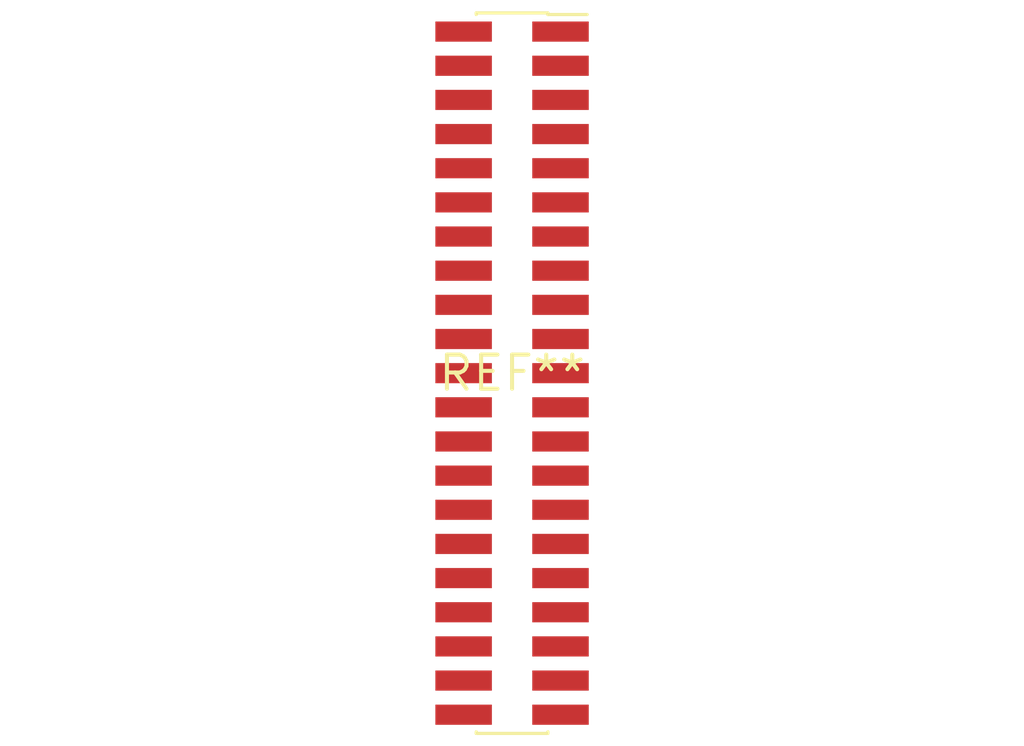
<source format=kicad_pcb>
(kicad_pcb (version 20240108) (generator pcbnew)
  (layers (0 "F.Cu" signal) (31 "B.Cu" signal) (34 "B.Paste" user) (35 "F.Paste" user) (36 "B.SilkS" user "B.Silkscreen") (37 "F.SilkS" user "F.Silkscreen") (38 "B.Mask" user) (39 "F.Mask" user) (44 "Edge.Cuts" user))
  (net 0 "")
  (footprint "PinSocket_2x21_P1.27mm_Vertical_SMD" (layer "F.Cu") (at 0 0)
    (property "Reference" "REF**")
    (property "Value" "PinSocket_2x21_P1.27mm_Vertical_SMD")
    (fp_line (start -1.33 -13.395) (end -1.33 -13.335) (layer "F.SilkS") (stroke (width 0.12)))
    (fp_line (start -1.33 -13.395) (end 1.33 -13.395) (layer "F.SilkS") (stroke (width 0.12)))
    (fp_line (start -1.33 13.335) (end -1.33 13.395) (layer "F.SilkS") (stroke (width 0.12)))
    (fp_line (start -1.33 13.395) (end 1.33 13.395) (layer "F.SilkS") (stroke (width 0.12)))
    (fp_line (start 1.33 -13.395) (end 1.33 -13.335) (layer "F.SilkS") (stroke (width 0.12)))
    (fp_line (start 1.33 -13.335) (end 2.79 -13.335) (layer "F.SilkS") (stroke (width 0.12)))
    (fp_line (start 1.33 13.335) (end 1.33 13.395) (layer "F.SilkS") (stroke (width 0.12)))
    (pad "1" smd rect (at 1.8 -12.7) (size 2.1 0.75) (layers "F.Cu" "F.Paste" "F.Mask"))
    (pad "2" smd rect (at -1.8 -12.7) (size 2.1 0.75) (layers "F.Cu" "F.Paste" "F.Mask"))
    (pad "3" smd rect (at 1.8 -11.43) (size 2.1 0.75) (layers "F.Cu" "F.Paste" "F.Mask"))
    (pad "4" smd rect (at -1.8 -11.43) (size 2.1 0.75) (layers "F.Cu" "F.Paste" "F.Mask"))
    (pad "5" smd rect (at 1.8 -10.16) (size 2.1 0.75) (layers "F.Cu" "F.Paste" "F.Mask"))
    (pad "6" smd rect (at -1.8 -10.16) (size 2.1 0.75) (layers "F.Cu" "F.Paste" "F.Mask"))
    (pad "7" smd rect (at 1.8 -8.89) (size 2.1 0.75) (layers "F.Cu" "F.Paste" "F.Mask"))
    (pad "8" smd rect (at -1.8 -8.89) (size 2.1 0.75) (layers "F.Cu" "F.Paste" "F.Mask"))
    (pad "9" smd rect (at 1.8 -7.62) (size 2.1 0.75) (layers "F.Cu" "F.Paste" "F.Mask"))
    (pad "10" smd rect (at -1.8 -7.62) (size 2.1 0.75) (layers "F.Cu" "F.Paste" "F.Mask"))
    (pad "11" smd rect (at 1.8 -6.35) (size 2.1 0.75) (layers "F.Cu" "F.Paste" "F.Mask"))
    (pad "12" smd rect (at -1.8 -6.35) (size 2.1 0.75) (layers "F.Cu" "F.Paste" "F.Mask"))
    (pad "13" smd rect (at 1.8 -5.08) (size 2.1 0.75) (layers "F.Cu" "F.Paste" "F.Mask"))
    (pad "14" smd rect (at -1.8 -5.08) (size 2.1 0.75) (layers "F.Cu" "F.Paste" "F.Mask"))
    (pad "15" smd rect (at 1.8 -3.81) (size 2.1 0.75) (layers "F.Cu" "F.Paste" "F.Mask"))
    (pad "16" smd rect (at -1.8 -3.81) (size 2.1 0.75) (layers "F.Cu" "F.Paste" "F.Mask"))
    (pad "17" smd rect (at 1.8 -2.54) (size 2.1 0.75) (layers "F.Cu" "F.Paste" "F.Mask"))
    (pad "18" smd rect (at -1.8 -2.54) (size 2.1 0.75) (layers "F.Cu" "F.Paste" "F.Mask"))
    (pad "19" smd rect (at 1.8 -1.27) (size 2.1 0.75) (layers "F.Cu" "F.Paste" "F.Mask"))
    (pad "20" smd rect (at -1.8 -1.27) (size 2.1 0.75) (layers "F.Cu" "F.Paste" "F.Mask"))
    (pad "21" smd rect (at 1.8 0) (size 2.1 0.75) (layers "F.Cu" "F.Paste" "F.Mask"))
    (pad "22" smd rect (at -1.8 0) (size 2.1 0.75) (layers "F.Cu" "F.Paste" "F.Mask"))
    (pad "23" smd rect (at 1.8 1.27) (size 2.1 0.75) (layers "F.Cu" "F.Paste" "F.Mask"))
    (pad "24" smd rect (at -1.8 1.27) (size 2.1 0.75) (layers "F.Cu" "F.Paste" "F.Mask"))
    (pad "25" smd rect (at 1.8 2.54) (size 2.1 0.75) (layers "F.Cu" "F.Paste" "F.Mask"))
    (pad "26" smd rect (at -1.8 2.54) (size 2.1 0.75) (layers "F.Cu" "F.Paste" "F.Mask"))
    (pad "27" smd rect (at 1.8 3.81) (size 2.1 0.75) (layers "F.Cu" "F.Paste" "F.Mask"))
    (pad "28" smd rect (at -1.8 3.81) (size 2.1 0.75) (layers "F.Cu" "F.Paste" "F.Mask"))
    (pad "29" smd rect (at 1.8 5.08) (size 2.1 0.75) (layers "F.Cu" "F.Paste" "F.Mask"))
    (pad "30" smd rect (at -1.8 5.08) (size 2.1 0.75) (layers "F.Cu" "F.Paste" "F.Mask"))
    (pad "31" smd rect (at 1.8 6.35) (size 2.1 0.75) (layers "F.Cu" "F.Paste" "F.Mask"))
    (pad "32" smd rect (at -1.8 6.35) (size 2.1 0.75) (layers "F.Cu" "F.Paste" "F.Mask"))
    (pad "33" smd rect (at 1.8 7.62) (size 2.1 0.75) (layers "F.Cu" "F.Paste" "F.Mask"))
    (pad "34" smd rect (at -1.8 7.62) (size 2.1 0.75) (layers "F.Cu" "F.Paste" "F.Mask"))
    (pad "35" smd rect (at 1.8 8.89) (size 2.1 0.75) (layers "F.Cu" "F.Paste" "F.Mask"))
    (pad "36" smd rect (at -1.8 8.89) (size 2.1 0.75) (layers "F.Cu" "F.Paste" "F.Mask"))
    (pad "37" smd rect (at 1.8 10.16) (size 2.1 0.75) (layers "F.Cu" "F.Paste" "F.Mask"))
    (pad "38" smd rect (at -1.8 10.16) (size 2.1 0.75) (layers "F.Cu" "F.Paste" "F.Mask"))
    (pad "39" smd rect (at 1.8 11.43) (size 2.1 0.75) (layers "F.Cu" "F.Paste" "F.Mask"))
    (pad "40" smd rect (at -1.8 11.43) (size 2.1 0.75) (layers "F.Cu" "F.Paste" "F.Mask"))
    (pad "41" smd rect (at 1.8 12.7) (size 2.1 0.75) (layers "F.Cu" "F.Paste" "F.Mask"))
    (pad "42" smd rect (at -1.8 12.7) (size 2.1 0.75) (layers "F.Cu" "F.Paste" "F.Mask"))
  )
)
</source>
